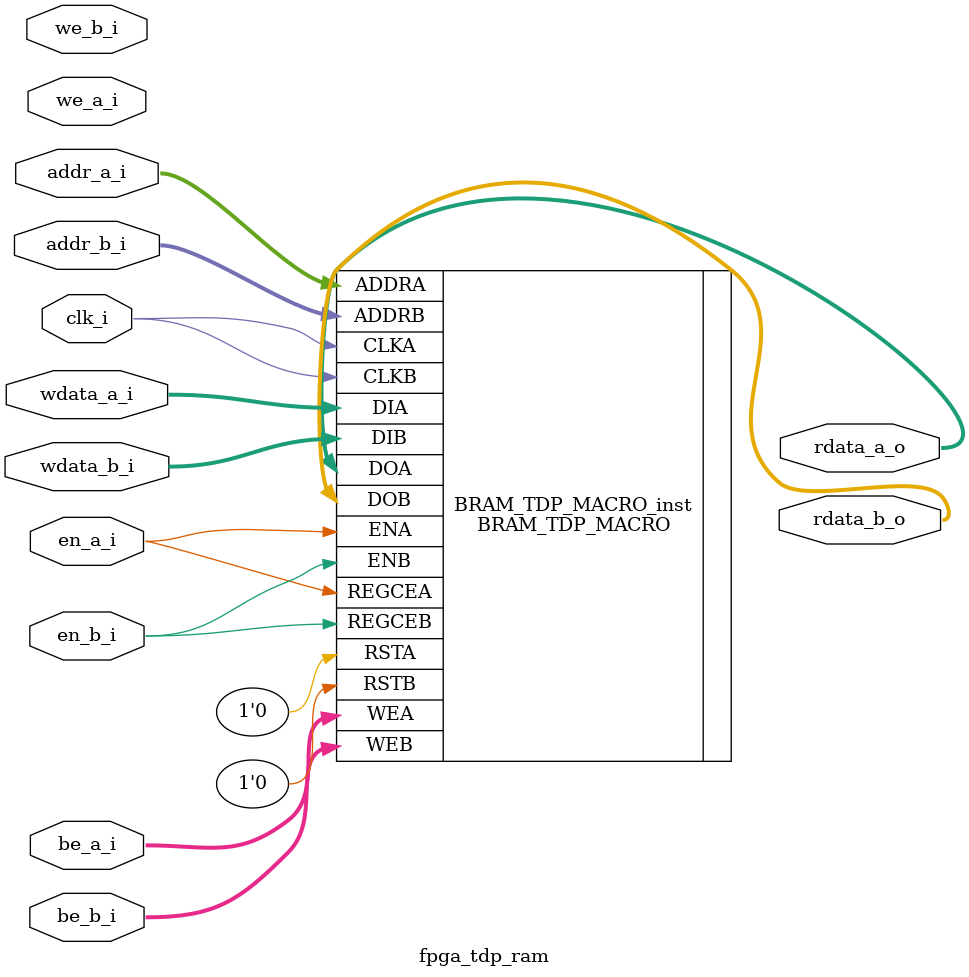
<source format=sv>

module fpga_tdp_ram
	#(parameter ADDR_WIDTH = 8,
	  parameter INSTR_RDATA_WIDTH = 128)
(
	input logic                  clk_i,

    input logic                          en_a_i,
    input logic [ADDR_WIDTH-1:0]         addr_a_i,
    input logic [31:0]                   wdata_a_i,
    output logic [INSTR_RDATA_WIDTH-1:0] rdata_a_o,
    input logic                          we_a_i,
    input logic [3:0]                    be_a_i,

    input logic                          en_b_i,
    input logic [ADDR_WIDTH-1:0]         addr_b_i,
    input logic [31:0]                   wdata_b_i,
    output logic [31:0]                  rdata_b_o,
    input logic                          we_b_i,
    input logic [3:0]                    be_b_i
);

// taken from https://docs.xilinx.com/r/en-US/ug953-vivado-7series-libraries/BRAM_TDP_MACRO
BRAM_TDP_MACRO #(
   .BRAM_SIZE("36Kb"), // Target BRAM: "18Kb" or "36Kb"
   .DEVICE("7SERIES"), // Target device: "7SERIES"
   .DOA_REG(1),        // Optional port A output register (0 or 1)
   .DOB_REG(1),        // Optional port B output register (0 or 1)
   .INIT_A(36'h00000000), // Initial values on port A output port
   .INIT_B(36'h00000000), // Initial values on port B output port
   .INIT_FILE ("NONE"),
   .READ_WIDTH_A (32),   // Valid values are 1-36 (19-36 only valid when BRAM_SIZE="36Kb")
   .READ_WIDTH_B (32),   // Valid values are 1-36 (19-36 only valid when BRAM_SIZE="36Kb")
   .SIM_COLLISION_CHECK ("ALL"), // Collision check enable "ALL", "WARNING_ONLY",
                                 //   "GENERATE_X_ONLY" or "NONE"
   .SRVAL_A(36'h00000000), // Set/Reset value for port A output
   .SRVAL_B(36'h00000000), // Set/Reset value for port B output
   .WRITE_MODE_A("WRITE_FIRST"), // "WRITE_FIRST", "READ_FIRST", or "NO_CHANGE"
   .WRITE_MODE_B("WRITE_FIRST"), // "WRITE_FIRST", "READ_FIRST", or "NO_CHANGE"
   .WRITE_WIDTH_A(0), // Valid values are 1-36 (19-36 only valid when BRAM_SIZE="36Kb")
   .WRITE_WIDTH_B(32), // Valid values are 1-36 (19-36 only valid when BRAM_SIZE="36Kb")
   .INIT_00(256'h0000000000000000000000000000000000000000000000000000000000000000),
   .INIT_01(256'h0000000000000000000000000000000000000000000000000000000000000000),
   .INIT_02(256'h0000000000000000000000000000000000000000000000000000000000000000),
   .INIT_03(256'h0000000000000000000000000000000000000000000000000000000000000000),
   .INIT_04(256'h0000000000000000000000000000000000000000000000000000000000000000),
   .INIT_05(256'h0000000000000000000000000000000000000000000000000000000000000000),
   .INIT_06(256'h0000000000000000000000000000000000000000000000000000000000000000),
   .INIT_07(256'h0000000000000000000000000000000000000000000000000000000000000000),
   .INIT_08(256'h0000000000000000000000000000000000000000000000000000000000000000),
   .INIT_09(256'h0000000000000000000000000000000000000000000000000000000000000000),
   .INIT_0A(256'h0000000000000000000000000000000000000000000000000000000000000000),
   .INIT_0B(256'h0000000000000000000000000000000000000000000000000000000000000000),
   .INIT_0C(256'h0000000000000000000000000000000000000000000000000000000000000000),
   .INIT_0D(256'h0000000000000000000000000000000000000000000000000000000000000000),
   .INIT_0E(256'h0000000000000000000000000000000000000000000000000000000000000000),
   .INIT_0F(256'h0000000000000000000000000000000000000000000000000000000000000000),
   .INIT_10(256'h0000000000000000000000000000000000000000000000000000000000000000),
   .INIT_11(256'h0000000000000000000000000000000000000000000000000000000000000000),
   .INIT_12(256'h0000000000000000000000000000000000000000000000000000000000000000),
   .INIT_13(256'h0000000000000000000000000000000000000000000000000000000000000000),
   .INIT_14(256'h0000000000000000000000000000000000000000000000000000000000000000),
   .INIT_15(256'h0000000000000000000000000000000000000000000000000000000000000000),
   .INIT_16(256'h0000000000000000000000000000000000000000000000000000000000000000),
   .INIT_17(256'h0000000000000000000000000000000000000000000000000000000000000000),
   .INIT_18(256'h0000000000000000000000000000000000000000000000000000000000000000),
   .INIT_19(256'h0000000000000000000000000000000000000000000000000000000000000000),
   .INIT_1A(256'h0000000000000000000000000000000000000000000000000000000000000000),
   .INIT_1B(256'h0000000000000000000000000000000000000000000000000000000000000000),
   .INIT_1C(256'h0000000000000000000000000000000000000000000000000000000000000000),
   .INIT_1D(256'h0000000000000000000000000000000000000000000000000000000000000000),
   .INIT_1E(256'h0000000000000000000000000000000000000000000000000000000000000000),
   .INIT_1F(256'h0000000000000000000000000000000000000000000000000000000000000000),
   .INIT_20(256'h0000000000000000000000000000000000000000000000000000000000000000),
   .INIT_21(256'h0000000000000000000000000000000000000000000000000000000000000000),
   .INIT_22(256'h0000000000000000000000000000000000000000000000000000000000000000),
   .INIT_23(256'h0000000000000000000000000000000000000000000000000000000000000000),
   .INIT_24(256'h0000000000000000000000000000000000000000000000000000000000000000),
   .INIT_25(256'h0000000000000000000000000000000000000000000000000000000000000000),
   .INIT_26(256'h0000000000000000000000000000000000000000000000000000000000000000),
   .INIT_27(256'h0000000000000000000000000000000000000000000000000000000000000000),
   .INIT_28(256'h0000000000000000000000000000000000000000000000000000000000000000),
   .INIT_29(256'h0000000000000000000000000000000000000000000000000000000000000000),
   .INIT_2A(256'h0000000000000000000000000000000000000000000000000000000000000000),
   .INIT_2B(256'h0000000000000000000000000000000000000000000000000000000000000000),
   .INIT_2C(256'h0000000000000000000000000000000000000000000000000000000000000000),
   .INIT_2D(256'h0000000000000000000000000000000000000000000000000000000000000000),
   .INIT_2E(256'h0000000000000000000000000000000000000000000000000000000000000000),
   .INIT_2F(256'h0000000000000000000000000000000000000000000000000000000000000000),
   .INIT_30(256'h0000000000000000000000000000000000000000000000000000000000000000),
   .INIT_31(256'h0000000000000000000000000000000000000000000000000000000000000000),
   .INIT_32(256'h0000000000000000000000000000000000000000000000000000000000000000),
   .INIT_33(256'h0000000000000000000000000000000000000000000000000000000000000000),
   .INIT_34(256'h0000000000000000000000000000000000000000000000000000000000000000),
   .INIT_35(256'h0000000000000000000000000000000000000000000000000000000000000000),
   .INIT_36(256'h0000000000000000000000000000000000000000000000000000000000000000),
   .INIT_37(256'h0000000000000000000000000000000000000000000000000000000000000000),
   .INIT_38(256'h0000000000000000000000000000000000000000000000000000000000000000),
   .INIT_39(256'h0000000000000000000000000000000000000000000000000000000000000000),
   .INIT_3A(256'h0000000000000000000000000000000000000000000000000000000000000000),
   .INIT_3B(256'h0000000000000000000000000000000000000000000000000000000000000000),
   .INIT_3C(256'h0000000000000000000000000000000000000000000000000000000000000000),
   .INIT_3D(256'h0000000000000000000000000000000000000000000000000000000000000000),
   .INIT_3E(256'h0000000000000000000000000000000000000000000000000000000000000000),
   .INIT_3F(256'h0000000000000000000000000000000000000000000000000000000000000000),

   // The next set of INIT_xx are valid when configured as 36Kb
   .INIT_40(256'h0000000000000000000000000000000000000000000000000000000000000000),
   .INIT_41(256'h0000000000000000000000000000000000000000000000000000000000000000),
   .INIT_42(256'h0000000000000000000000000000000000000000000000000000000000000000),
   .INIT_43(256'h0000000000000000000000000000000000000000000000000000000000000000),
   .INIT_44(256'h0000000000000000000000000000000000000000000000000000000000000000),
   .INIT_45(256'h0000000000000000000000000000000000000000000000000000000000000000),
   .INIT_46(256'h0000000000000000000000000000000000000000000000000000000000000000),
   .INIT_47(256'h0000000000000000000000000000000000000000000000000000000000000000),
   .INIT_48(256'h0000000000000000000000000000000000000000000000000000000000000000),
   .INIT_49(256'h0000000000000000000000000000000000000000000000000000000000000000),
   .INIT_4A(256'h0000000000000000000000000000000000000000000000000000000000000000),
   .INIT_4B(256'h0000000000000000000000000000000000000000000000000000000000000000),
   .INIT_4C(256'h0000000000000000000000000000000000000000000000000000000000000000),
   .INIT_4D(256'h0000000000000000000000000000000000000000000000000000000000000000),
   .INIT_4E(256'h0000000000000000000000000000000000000000000000000000000000000000),
   .INIT_4F(256'h0000000000000000000000000000000000000000000000000000000000000000),
   .INIT_50(256'h0000000000000000000000000000000000000000000000000000000000000000),
   .INIT_51(256'h0000000000000000000000000000000000000000000000000000000000000000),
   .INIT_52(256'h000000000000000000000000000000000000000000000000000000000000000),
   .INIT_53(256'h0000000000000000000000000000000000000000000000000000000000000000),
   .INIT_54(256'h0000000000000000000000000000000000000000000000000000000000000000),
   .INIT_55(256'h0000000000000000000000000000000000000000000000000000000000000000),
   .INIT_56(256'h0000000000000000000000000000000000000000000000000000000000000000),
   .INIT_57(256'h0000000000000000000000000000000000000000000000000000000000000000),
   .INIT_58(256'h0000000000000000000000000000000000000000000000000000000000000000),
   .INIT_59(256'h0000000000000000000000000000000000000000000000000000000000000000),
   .INIT_5A(256'h0000000000000000000000000000000000000000000000000000000000000000),
   .INIT_5B(256'h0000000000000000000000000000000000000000000000000000000000000000),
   .INIT_5C(256'h0000000000000000000000000000000000000000000000000000000000000000),
   .INIT_5D(256'h0000000000000000000000000000000000000000000000000000000000000000),
   .INIT_5E(256'h0000000000000000000000000000000000000000000000000000000000000000),
   .INIT_5F(256'h0000000000000000000000000000000000000000000000000000000000000000),
   .INIT_60(256'h0000000000000000000000000000000000000000000000000000000000000000),
   .INIT_61(256'h0000000000000000000000000000000000000000000000000000000000000000),
   .INIT_62(256'h0000000000000000000000000000000000000000000000000000000000000000),
   .INIT_63(256'h0000000000000000000000000000000000000000000000000000000000000000),
   .INIT_64(256'h0000000000000000000000000000000000000000000000000000000000000000),
   .INIT_65(256'h0000000000000000000000000000000000000000000000000000000000000000),
   .INIT_66(256'h0000000000000000000000000000000000000000000000000000000000000000),
   .INIT_67(256'h0000000000000000000000000000000000000000000000000000000000000000),
   .INIT_68(256'h0000000000000000000000000000000000000000000000000000000000000000),
   .INIT_69(256'h0000000000000000000000000000000000000000000000000000000000000000),
   .INIT_6A(256'h0000000000000000000000000000000000000000000000000000000000000000),
   .INIT_6B(256'h0000000000000000000000000000000000000000000000000000000000000000),
   .INIT_6C(256'h0000000000000000000000000000000000000000000000000000000000000000),
   .INIT_6D(256'h0000000000000000000000000000000000000000000000000000000000000000),
   .INIT_6E(256'h0000000000000000000000000000000000000000000000000000000000000000),
   .INIT_6F(256'h0000000000000000000000000000000000000000000000000000000000000000),
   .INIT_70(256'h0000000000000000000000000000000000000000000000000000000000000000),
   .INIT_71(256'h0000000000000000000000000000000000000000000000000000000000000000),
   .INIT_72(256'h0000000000000000000000000000000000000000000000000000000000000000),
   .INIT_73(256'h0000000000000000000000000000000000000000000000000000000000000000),
   .INIT_74(256'h0000000000000000000000000000000000000000000000000000000000000000),
   .INIT_75(256'h0000000000000000000000000000000000000000000000000000000000000000),
   .INIT_76(256'h0000000000000000000000000000000000000000000000000000000000000000),
   .INIT_77(256'h0000000000000000000000000000000000000000000000000000000000000000),
   .INIT_78(256'h0000000000000000000000000000000000000000000000000000000000000000),
   .INIT_79(256'h0000000000000000000000000000000000000000000000000000000000000000),
   .INIT_7A(256'h0000000000000000000000000000000000000000000000000000000000000000),
   .INIT_7B(256'h0000000000000000000000000000000000000000000000000000000000000000),
   .INIT_7C(256'h0000000000000000000000000000000000000000000000000000000000000000),
   .INIT_7D(256'h0000000000000000000000000000000000000000000000000000000000000000),
   .INIT_7E(256'h0000000000000000000000000000000000000000000000000000000000000000),
   .INIT_7F(256'h0000000000000000000000000000000000000000000000000000000000000000),

   // The next set of INITP_xx are for the parity bits
   .INITP_00(256'h0000000000000000000000000000000000000000000000000000000000000000),
   .INITP_01(256'h0000000000000000000000000000000000000000000000000000000000000000),
   .INITP_02(256'h0000000000000000000000000000000000000000000000000000000000000000),
   .INITP_03(256'h0000000000000000000000000000000000000000000000000000000000000000),
   .INITP_04(256'h0000000000000000000000000000000000000000000000000000000000000000),
   .INITP_05(256'h0000000000000000000000000000000000000000000000000000000000000000),
   .INITP_06(256'h0000000000000000000000000000000000000000000000000000000000000000),
   .INITP_07(256'h0000000000000000000000000000000000000000000000000000000000000000),

   // The next set of INITP_xx are valid when configured as 36Kb
   .INITP_08(256'h0000000000000000000000000000000000000000000000000000000000000000),
   .INITP_09(256'h0000000000000000000000000000000000000000000000000000000000000000),
   .INITP_0A(256'h0000000000000000000000000000000000000000000000000000000000000000),
   .INITP_0B(256'h0000000000000000000000000000000000000000000000000000000000000000),
   .INITP_0C(256'h0000000000000000000000000000000000000000000000000000000000000000),
   .INITP_0D(256'h0000000000000000000000000000000000000000000000000000000000000000),
   .INITP_0E(256'h0000000000000000000000000000000000000000000000000000000000000000),
   .INITP_0F(256'h0000000000000000000000000000000000000000000000000000000000000000)
) BRAM_TDP_MACRO_inst (
   .DOA(rdata_a_o),       // Output port-A data, width defined by READ_WIDTH_A parameter
   .DOB(rdata_b_o),       // Output port-B data, width defined by READ_WIDTH_B parameter
   .ADDRA(addr_a_i),   // Input port-A address, width defined by Port A depth
   .ADDRB(addr_b_i),   // Input port-B address, width defined by Port B depth
   .CLKA(clk_i),     // 1-bit input port-A clock
   .CLKB(clk_i),     // 1-bit input port-B clock
   .DIA(wdata_a_i),       // Input port-A data, width defined by WRITE_WIDTH_A parameter
   .DIB(wdata_b_i),       // Input port-B data, width defined by WRITE_WIDTH_B parameter
   .ENA(en_a_i),       // 1-bit input port-A enable
   .ENB(en_b_i),       // 1-bit input port-B enable
   .REGCEA(en_a_i), // 1-bit input port-A output register enable
   .REGCEB(en_b_i), // 1-bit input port-B output register enable
   .RSTA('0),     // 1-bit input port-A reset
   .RSTB('0),     // 1-bit input port-B reset
   .WEA(be_a_i),       // Input port-A write enable, width defined by Port A depth
   .WEB(be_b_i)        // Input port-B write enable, width defined by Port B depth
);

endmodule

</source>
